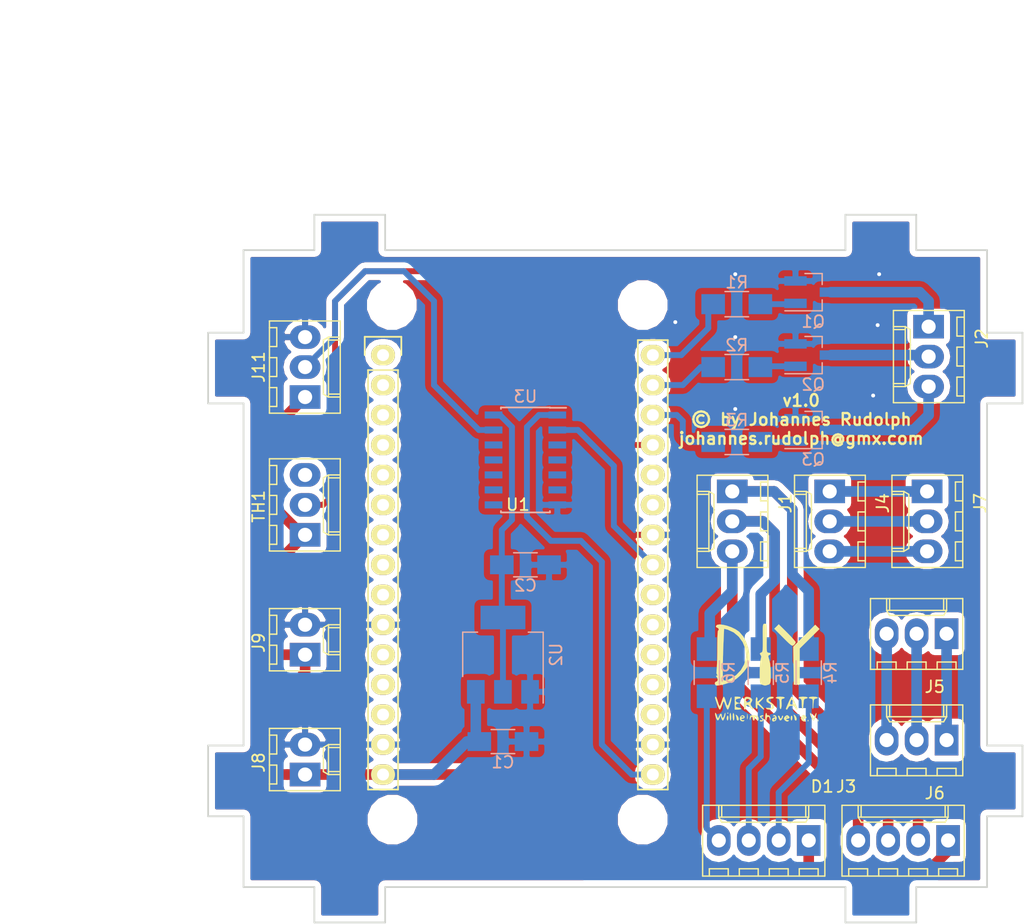
<source format=kicad_pcb>
(kicad_pcb (version 4) (host pcbnew 4.0.7)
  (layers (0 F.Cu signal) (31 B.Cu signal) (36 B.SilkS user) (37 F.SilkS user) (38 B.Mask user) (39 F.Mask user) (44 Edge.Cuts user))
  (net 0 "")
  (net 1 12V)
  (net 2 LED_R)
  (net 3 LED_G)
  (net 4 LED_B)
  (net 5 LED_R_INT)
  (net 6 LED_G_INT)
  (net 7 LED_B_INT)
  (net 8 "Net-(J4-Pad1)")
  (net 9 "Net-(J4-Pad2)")
  (net 10 "Net-(J4-Pad3)")
  (net 11 "Net-(J5-Pad1)")
  (net 12 "Net-(J5-Pad2)")
  (net 13 "Net-(J5-Pad3)")
  (net 14 GND)
  (net 15 D0)
  (net 16 D1)
  (net 17 D2)
  (net 18 DHT22)
  (net 19 "Net-(D1-Pad2)")
  (net 20 "Net-(D1-Pad3)")
  (net 21 "Net-(D1-Pad4)")
  (net 22 5V)
  (net 23 3,3V)
  (net 24 D5)
  (net 25 DRGB)
  (net 26 "Net-(Q1-Pad1)")
  (net 27 "Net-(Q2-Pad1)")
  (net 28 "Net-(Q3-Pad1)")
  (net 29 "Net-(TH1-Pad3)")
  (net 30 "Net-(U1-Pad1)")
  (net 31 "Net-(U1-Pad2)")
  (net 32 "Net-(U1-Pad3)")
  (net 33 "Net-(U1-Pad4)")
  (net 34 "Net-(U1-Pad5)")
  (net 35 "Net-(U1-Pad6)")
  (net 36 "Net-(U1-Pad7)")
  (net 37 "Net-(U1-Pad8)")
  (net 38 "Net-(U1-Pad9)")
  (net 39 "Net-(U1-Pad11)")
  (net 40 "Net-(U1-Pad12)")
  (net 41 "Net-(U1-Pad13)")
  (net 42 "Net-(U1-Pad18)")
  (net 43 "Net-(U1-Pad19)")
  (net 44 "Net-(U1-Pad25)")
  (net 45 "Net-(U1-Pad26)")
  (net 46 "Net-(U1-Pad22)")
  (net 47 "Net-(U1-Pad21)")
  (net 48 "Net-(U1-Pad20)")
  (net 49 "Net-(U3-Pad3)")
  (net 50 "Net-(U3-Pad4)")
  (net 51 "Net-(U3-Pad5)")
  (net 52 "Net-(U3-Pad6)")
  (net 53 "Net-(U3-Pad8)")
  (net 54 "Net-(U3-Pad9)")
  (net 55 "Net-(U3-Pad10)")
  (net 56 "Net-(U3-Pad11)")
  (net 57 "Net-(U3-Pad12)")
  (module Connectors_Molex:Molex_KK-6410-04_04x2.54mm_Straight (layer F.Cu) (at 119.888 130.048 180)
    (fp_text reference D1 (at -1.143 4.572 180) (layer F.SilkS))
    (fp_text value LED_ARGB)
    (pad 1 thru_hole rect (at 0 0 180) (size 2 2.6) (drill 1.2) (layers *.Cu *.Mask) (net 1 12V))
    (pad 2 thru_hole oval (at 2.54 0 180) (size 2 2.6) (drill 1.2) (layers *.Cu *.Mask) (net 19 "Net-(D1-Pad2)"))
    (pad 3 thru_hole oval (at 5.08 0 180) (size 2 2.6) (drill 1.2) (layers *.Cu *.Mask) (net 20 "Net-(D1-Pad3)"))
    (pad 4 thru_hole oval (at 7.62 0 180) (size 2 2.6) (drill 1.2) (layers *.Cu *.Mask) (net 21 "Net-(D1-Pad4)"))
  )
  (module Connectors_Molex:Molex_KK-6410-03_03x2.54mm_Straight (layer F.Cu) (at 113.411 100.457 270)
    (fp_text reference J1 (at 1 -4.5 270) (layer F.SilkS))
    (fp_text value TO_SW_ONOFF)
    (pad 1 thru_hole rect (at 0 0 270) (size 2 2.6) (drill 1.2) (layers *.Cu *.Mask) (net 2 LED_R))
    (pad 2 thru_hole oval (at 2.54 0 270) (size 2 2.6) (drill 1.2) (layers *.Cu *.Mask) (net 3 LED_G))
    (pad 3 thru_hole oval (at 5.08 0 270) (size 2 2.6) (drill 1.2) (layers *.Cu *.Mask) (net 4 LED_B))
  )
  (module Connectors_Molex:Molex_KK-6410-03_03x2.54mm_Straight (layer F.Cu) (at 130.048 86.487 270)
    (fp_text reference J2 (at 1 -4.5 270) (layer F.SilkS))
    (fp_text value FROM_SW_EXINT_INT)
    (pad 1 thru_hole rect (at 0 0 270) (size 2 2.6) (drill 1.2) (layers *.Cu *.Mask) (net 5 LED_R_INT))
    (pad 2 thru_hole oval (at 2.54 0 270) (size 2 2.6) (drill 1.2) (layers *.Cu *.Mask) (net 6 LED_G_INT))
    (pad 3 thru_hole oval (at 5.08 0 270) (size 2 2.6) (drill 1.2) (layers *.Cu *.Mask) (net 7 LED_B_INT))
  )
  (module Connectors_Molex:Molex_KK-6410-04_04x2.54mm_Straight (layer F.Cu) (at 131.699 130.048 180)
    (fp_text reference J3 (at 8.636 4.572 180) (layer F.SilkS))
    (fp_text value "LED Stribe")
    (pad 1 thru_hole rect (at 0 0 180) (size 2 2.6) (drill 1.2) (layers *.Cu *.Mask) (net 1 12V))
    (pad 2 thru_hole oval (at 2.54 0 180) (size 2 2.6) (drill 1.2) (layers *.Cu *.Mask) (net 2 LED_R))
    (pad 3 thru_hole oval (at 5.08 0 180) (size 2 2.6) (drill 1.2) (layers *.Cu *.Mask) (net 3 LED_G))
    (pad 4 thru_hole oval (at 7.62 0 180) (size 2 2.6) (drill 1.2) (layers *.Cu *.Mask) (net 4 LED_B))
  )
  (module Connectors_Molex:Molex_KK-6410-03_03x2.54mm_Straight (layer F.Cu) (at 121.666 100.457 270)
    (fp_text reference J4 (at 1 -4.5 270) (layer F.SilkS))
    (fp_text value FROM_SW_ONOFF)
    (pad 1 thru_hole rect (at 0 0 270) (size 2 2.6) (drill 1.2) (layers *.Cu *.Mask) (net 8 "Net-(J4-Pad1)"))
    (pad 2 thru_hole oval (at 2.54 0 270) (size 2 2.6) (drill 1.2) (layers *.Cu *.Mask) (net 9 "Net-(J4-Pad2)"))
    (pad 3 thru_hole oval (at 5.08 0 270) (size 2 2.6) (drill 1.2) (layers *.Cu *.Mask) (net 10 "Net-(J4-Pad3)"))
  )
  (module Connectors_Molex:Molex_KK-6410-03_03x2.54mm_Straight (layer F.Cu) (at 131.572 112.522 180)
    (fp_text reference J5 (at 1 -4.5 180) (layer F.SilkS))
    (fp_text value FROM_SW_EXINT_EX)
    (pad 1 thru_hole rect (at 0 0 180) (size 2 2.6) (drill 1.2) (layers *.Cu *.Mask) (net 11 "Net-(J5-Pad1)"))
    (pad 2 thru_hole oval (at 2.54 0 180) (size 2 2.6) (drill 1.2) (layers *.Cu *.Mask) (net 12 "Net-(J5-Pad2)"))
    (pad 3 thru_hole oval (at 5.08 0 180) (size 2 2.6) (drill 1.2) (layers *.Cu *.Mask) (net 13 "Net-(J5-Pad3)"))
  )
  (module Connectors_Molex:Molex_KK-6410-03_03x2.54mm_Straight (layer F.Cu) (at 131.572 121.539 180)
    (fp_text reference J6 (at 1 -4.5 180) (layer F.SilkS))
    (fp_text value EXT_RGB)
    (pad 1 thru_hole rect (at 0 0 180) (size 2 2.6) (drill 1.2) (layers *.Cu *.Mask) (net 11 "Net-(J5-Pad1)"))
    (pad 2 thru_hole oval (at 2.54 0 180) (size 2 2.6) (drill 1.2) (layers *.Cu *.Mask) (net 12 "Net-(J5-Pad2)"))
    (pad 3 thru_hole oval (at 5.08 0 180) (size 2 2.6) (drill 1.2) (layers *.Cu *.Mask) (net 13 "Net-(J5-Pad3)"))
  )
  (module Connectors_Molex:Molex_KK-6410-03_03x2.54mm_Straight (layer F.Cu) (at 129.921 100.457 270)
    (fp_text reference J7 (at 1 -4.5 270) (layer F.SilkS))
    (fp_text value TO_SW_EXINT)
    (pad 1 thru_hole rect (at 0 0 270) (size 2 2.6) (drill 1.2) (layers *.Cu *.Mask) (net 8 "Net-(J4-Pad1)"))
    (pad 2 thru_hole oval (at 2.54 0 270) (size 2 2.6) (drill 1.2) (layers *.Cu *.Mask) (net 9 "Net-(J4-Pad2)"))
    (pad 3 thru_hole oval (at 5.08 0 270) (size 2 2.6) (drill 1.2) (layers *.Cu *.Mask) (net 10 "Net-(J4-Pad3)"))
  )
  (module Connectors_Molex:Molex_KK-6410-02_02x2.54mm_Straight (layer F.Cu) (at 77.216 124.46 90)
    (fp_text reference J8 (at 1.016 -3.937 90) (layer F.SilkS))
    (fp_text value Power_IN)
    (pad 1 thru_hole rect (at 0 0 90) (size 2 2.6) (drill 1.2) (layers *.Cu *.Mask) (net 1 12V))
    (pad 2 thru_hole oval (at 2.54 0 90) (size 2 2.6) (drill 1.2) (layers *.Cu *.Mask) (net 14 GND))
  )
  (module Connectors_Molex:Molex_KK-6410-02_02x2.54mm_Straight (layer F.Cu) (at 77.216 114.3 90)
    (fp_text reference J9 (at 1.016 -3.937 90) (layer F.SilkS))
    (fp_text value PowerOut)
    (pad 1 thru_hole rect (at 0 0 90) (size 2 2.6) (drill 1.2) (layers *.Cu *.Mask) (net 1 12V))
    (pad 2 thru_hole oval (at 2.54 0 90) (size 2 2.6) (drill 1.2) (layers *.Cu *.Mask) (net 14 GND))
  )
  (module Resistors_SMD:R_1206_HandSoldering (layer B.Cu) (at 113.792 84.582 180)
    (fp_text reference R1 (at 0 1.85 180) (layer B.SilkS) (effects (justify mirror)))
    (fp_text value R)
    (pad 1 smd rect (at -2 0 180) (size 2 1.7) (layers B.Cu B.Mask) (net 26 "Net-(Q1-Pad1)"))
    (pad 2 smd rect (at 2 0 180) (size 2 1.7) (layers B.Cu B.Mask) (net 15 D0))
  )
  (module Resistors_SMD:R_1206_HandSoldering (layer B.Cu) (at 113.792 89.916 180)
    (fp_text reference R2 (at 0 1.85 180) (layer B.SilkS) (effects (justify mirror)))
    (fp_text value R)
    (pad 1 smd rect (at -2 0 180) (size 2 1.7) (layers B.Cu B.Mask) (net 27 "Net-(Q2-Pad1)"))
    (pad 2 smd rect (at 2 0 180) (size 2 1.7) (layers B.Cu B.Mask) (net 16 D1))
  )
  (module Resistors_SMD:R_1206_HandSoldering (layer B.Cu) (at 113.792 96.266 180)
    (fp_text reference R3 (at 0 1.85 180) (layer B.SilkS) (effects (justify mirror)))
    (fp_text value R)
    (pad 1 smd rect (at -2 0 180) (size 2 1.7) (layers B.Cu B.Mask) (net 28 "Net-(Q3-Pad1)"))
    (pad 2 smd rect (at 2 0 180) (size 2 1.7) (layers B.Cu B.Mask) (net 17 D2))
  )
  (module Connectors_Molex:Molex_KK-6410-03_03x2.54mm_Straight (layer F.Cu) (at 77.216 104.14 90)
    (fp_text reference TH1 (at 2.413 -3.937 90) (layer F.SilkS))
    (fp_text value DHT22_Temperature_Humidity)
    (pad 1 thru_hole rect (at 0 0 90) (size 2 2.6) (drill 1.2) (layers *.Cu *.Mask) (net 1 12V))
    (pad 2 thru_hole oval (at 2.54 0 90) (size 2 2.6) (drill 1.2) (layers *.Cu *.Mask) (net 18 DHT22))
    (pad 3 thru_hole oval (at 5.08 0 90) (size 2 2.6) (drill 1.2) (layers *.Cu *.Mask) (net 29 "Net-(TH1-Pad3)"))
  )
  (module nodemcu:NodeMCU_Amica_R2 (layer F.Cu) (at 83.82 88.9)
    (fp_text reference U1 (at 11.43 12.68) (layer F.SilkS))
    (fp_text value NodeMCU)
    (pad 1 thru_hole oval (at 0 0) (size 2.032 1.7272) (drill 1.016) (layers *.Cu *.Mask F.SilkS) (net 30 "Net-(U1-Pad1)"))
    (pad 2 thru_hole oval (at 0 2.54) (size 2.032 1.7272) (drill 1.016) (layers *.Cu *.Mask F.SilkS) (net 31 "Net-(U1-Pad2)"))
    (pad 3 thru_hole oval (at 0 5.08) (size 2.032 1.7272) (drill 1.016) (layers *.Cu *.Mask F.SilkS) (net 32 "Net-(U1-Pad3)"))
    (pad 4 thru_hole oval (at 0 7.62) (size 2.032 1.7272) (drill 1.016) (layers *.Cu *.Mask F.SilkS) (net 33 "Net-(U1-Pad4)"))
    (pad 5 thru_hole oval (at 0 10.16) (size 2.032 1.7272) (drill 1.016) (layers *.Cu *.Mask F.SilkS) (net 34 "Net-(U1-Pad5)"))
    (pad 6 thru_hole oval (at 0 12.7) (size 2.032 1.7272) (drill 1.016) (layers *.Cu *.Mask F.SilkS) (net 35 "Net-(U1-Pad6)"))
    (pad 7 thru_hole oval (at 0 15.24) (size 2.032 1.7272) (drill 1.016) (layers *.Cu *.Mask F.SilkS) (net 36 "Net-(U1-Pad7)"))
    (pad 8 thru_hole oval (at 0 17.78) (size 2.032 1.7272) (drill 1.016) (layers *.Cu *.Mask F.SilkS) (net 37 "Net-(U1-Pad8)"))
    (pad 9 thru_hole oval (at 0 20.32) (size 2.032 1.7272) (drill 1.016) (layers *.Cu *.Mask F.SilkS) (net 38 "Net-(U1-Pad9)"))
    (pad 10 thru_hole oval (at 0 22.86) (size 2.032 1.7272) (drill 1.016) (layers *.Cu *.Mask F.SilkS) (net 14 GND))
    (pad 11 thru_hole oval (at 0 25.4) (size 2.032 1.7272) (drill 1.016) (layers *.Cu *.Mask F.SilkS) (net 39 "Net-(U1-Pad11)"))
    (pad 12 thru_hole oval (at 0 27.94) (size 2.032 1.7272) (drill 1.016) (layers *.Cu *.Mask F.SilkS) (net 40 "Net-(U1-Pad12)"))
    (pad 13 thru_hole oval (at 0 30.48) (size 2.032 1.7272) (drill 1.016) (layers *.Cu *.Mask F.SilkS) (net 41 "Net-(U1-Pad13)"))
    (pad 14 thru_hole oval (at 0 33.02) (size 2.032 1.7272) (drill 1.016) (layers *.Cu *.Mask F.SilkS) (net 14 GND))
    (pad 15 thru_hole oval (at 0 35.56) (size 2.032 1.7272) (drill 1.016) (layers *.Cu *.Mask F.SilkS) (net 1 12V))
    (pad 30 thru_hole oval (at 22.86 0) (size 2.032 1.7272) (drill 1.016) (layers *.Cu *.Mask F.SilkS) (net 15 D0))
    (pad 18 thru_hole oval (at 22.86 30.48) (size 2.032 1.7272) (drill 1.016) (layers *.Cu *.Mask F.SilkS) (net 42 "Net-(U1-Pad18)"))
    (pad 17 thru_hole oval (at 22.86 33.02) (size 2.032 1.7272) (drill 1.016) (layers *.Cu *.Mask F.SilkS) (net 14 GND))
    (pad 19 thru_hole oval (at 22.86 27.94) (size 2.032 1.7272) (drill 1.016) (layers *.Cu *.Mask F.SilkS) (net 43 "Net-(U1-Pad19)"))
    (pad 25 thru_hole oval (at 22.86 12.7) (size 2.032 1.7272) (drill 1.016) (layers *.Cu *.Mask F.SilkS) (net 44 "Net-(U1-Pad25)"))
    (pad 26 thru_hole oval (at 22.86 10.16) (size 2.032 1.7272) (drill 1.016) (layers *.Cu *.Mask F.SilkS) (net 45 "Net-(U1-Pad26)"))
    (pad 24 thru_hole oval (at 22.86 15.24) (size 2.032 1.7272) (drill 1.016) (layers *.Cu *.Mask F.SilkS) (net 14 GND))
    (pad 16 thru_hole oval (at 22.86 35.56) (size 2.032 1.7272) (drill 1.016) (layers *.Cu *.Mask F.SilkS) (net 23 3,3V))
    (pad 22 thru_hole oval (at 22.86 20.32) (size 2.032 1.7272) (drill 1.016) (layers *.Cu *.Mask F.SilkS) (net 46 "Net-(U1-Pad22)"))
    (pad 23 thru_hole oval (at 22.86 17.78) (size 2.032 1.7272) (drill 1.016) (layers *.Cu *.Mask F.SilkS) (net 24 D5))
    (pad 21 thru_hole oval (at 22.86 22.86) (size 2.032 1.7272) (drill 1.016) (layers *.Cu *.Mask F.SilkS) (net 47 "Net-(U1-Pad21)"))
    (pad 20 thru_hole oval (at 22.86 25.4) (size 2.032 1.7272) (drill 1.016) (layers *.Cu *.Mask F.SilkS) (net 48 "Net-(U1-Pad20)"))
    (pad 28 thru_hole oval (at 22.86 5.08) (size 2.032 1.7272) (drill 1.016) (layers *.Cu *.Mask F.SilkS) (net 17 D2))
    (pad 27 thru_hole oval (at 22.86 7.62) (size 2.032 1.7272) (drill 1.016) (layers *.Cu *.Mask F.SilkS) (net 18 DHT22))
    (pad 29 thru_hole oval (at 22.86 2.54) (size 2.032 1.7272) (drill 1.016) (layers *.Cu *.Mask F.SilkS) (net 16 D1))
    (pad "" np_thru_hole circle (at 0.8 39.38) (size 3.2 3.2) (drill 3.2) (layers *.Cu *.Mask))
    (pad "" np_thru_hole circle (at 22 39.38) (size 3.2 3.2) (drill 3.2) (layers *.Cu *.Mask))
    (pad "" np_thru_hole circle (at 22 -4.25) (size 3.2 3.2) (drill 3.2) (layers *.Cu *.Mask))
    (pad "" np_thru_hole circle (at 0.75 -4.25) (size 3.2 3.2) (drill 3.2) (layers *.Cu *.Mask))
  )
  (module Resistors_SMD:R_1206_HandSoldering (layer B.Cu) (at 119.888 115.824 90)
    (fp_text reference R4 (at 0 1.85 90) (layer B.SilkS) (effects (justify mirror)))
    (fp_text value R)
    (pad 1 smd rect (at -2 0 90) (size 2 1.7) (layers B.Cu B.Mask) (net 19 "Net-(D1-Pad2)"))
    (pad 2 smd rect (at 2 0 90) (size 2 1.7) (layers B.Cu B.Mask) (net 2 LED_R))
  )
  (module Resistors_SMD:R_1206_HandSoldering (layer B.Cu) (at 115.824 115.824 90)
    (fp_text reference R5 (at 0 1.85 90) (layer B.SilkS) (effects (justify mirror)))
    (fp_text value R)
    (pad 1 smd rect (at -2 0 90) (size 2 1.7) (layers B.Cu B.Mask) (net 20 "Net-(D1-Pad3)"))
    (pad 2 smd rect (at 2 0 90) (size 2 1.7) (layers B.Cu B.Mask) (net 3 LED_G))
  )
  (module Resistors_SMD:R_1206_HandSoldering (layer B.Cu) (at 111.252 115.824 90)
    (fp_text reference R6 (at 0 1.85 90) (layer B.SilkS) (effects (justify mirror)))
    (fp_text value R)
    (pad 1 smd rect (at -2 0 90) (size 2 1.7) (layers B.Cu B.Mask) (net 21 "Net-(D1-Pad4)"))
    (pad 2 smd rect (at 2 0 90) (size 2 1.7) (layers B.Cu B.Mask) (net 4 LED_B))
  )
  (module kicad:diywwlogo_1cm (layer F.Cu) (at 116.332 115.824)
    (fp_text reference J10 hide)
    (fp_text value Logo hide)
  )
  (module Capacitors_SMD:C_1206_HandSoldering (layer B.Cu) (at 93.98 121.666)
    (fp_text reference C1 (at 0 1.75) (layer B.SilkS) (effects (justify mirror)))
    (fp_text value 10µF)
    (pad 1 smd rect (at -2 0) (size 2 1.6) (layers B.Cu B.Mask) (net 1 12V))
    (pad 2 smd rect (at 2 0) (size 2 1.6) (layers B.Cu B.Mask) (net 14 GND))
  )
  (module Capacitors_SMD:C_1206_HandSoldering (layer B.Cu) (at 95.885 106.68)
    (fp_text reference C2 (at 0 1.75) (layer B.SilkS) (effects (justify mirror)))
    (fp_text value 10µF)
    (pad 1 smd rect (at -2 0) (size 2 1.6) (layers B.Cu B.Mask) (net 22 5V))
    (pad 2 smd rect (at 2 0) (size 2 1.6) (layers B.Cu B.Mask) (net 14 GND))
  )
  (module TO_SOT_Packages_SMD:SOT-223-3_TabPin2 (layer B.Cu) (at 93.98 114.3 90)
    (fp_text reference U2 (at 0 4.5 90) (layer B.SilkS) (effects (justify mirror)))
    (fp_text value LM1117-5.0)
    (pad 2 smd rect (at 3.15 0 90) (size 2 3.8) (layers B.Cu B.Mask) (net 22 5V))
    (pad 2 smd rect (at -3.15 0 90) (size 2 1.5) (layers B.Cu B.Mask) (net 22 5V))
    (pad 3 smd rect (at -3.15 -2.3 90) (size 2 1.5) (layers B.Cu B.Mask) (net 1 12V))
    (pad 1 smd rect (at -3.15 2.3 90) (size 2 1.5) (layers B.Cu B.Mask) (net 14 GND))
  )
  (module Housings_SOIC:SOIC-14_3.9x8.7mm_Pitch1.27mm (layer B.Cu) (at 95.885 97.79 180)
    (fp_text reference U3 (at 0 5.375 180) (layer B.SilkS) (effects (justify mirror)))
    (fp_text value TXB0104D)
    (pad 1 smd rect (at -2.7 3.81 180) (size 1.5 0.6) (layers B.Cu B.Mask) (net 23 3,3V))
    (pad 2 smd rect (at -2.7 2.54 180) (size 1.5 0.6) (layers B.Cu B.Mask) (net 24 D5))
    (pad 3 smd rect (at -2.7 1.27 180) (size 1.5 0.6) (layers B.Cu B.Mask) (net 49 "Net-(U3-Pad3)"))
    (pad 4 smd rect (at -2.7 0 180) (size 1.5 0.6) (layers B.Cu B.Mask) (net 50 "Net-(U3-Pad4)"))
    (pad 5 smd rect (at -2.7 -1.27 180) (size 1.5 0.6) (layers B.Cu B.Mask) (net 51 "Net-(U3-Pad5)"))
    (pad 6 smd rect (at -2.7 -2.54 180) (size 1.5 0.6) (layers B.Cu B.Mask) (net 52 "Net-(U3-Pad6)"))
    (pad 7 smd rect (at -2.7 -3.81 180) (size 1.5 0.6) (layers B.Cu B.Mask) (net 14 GND))
    (pad 8 smd rect (at 2.7 -3.81 180) (size 1.5 0.6) (layers B.Cu B.Mask) (net 53 "Net-(U3-Pad8)"))
    (pad 9 smd rect (at 2.7 -2.54 180) (size 1.5 0.6) (layers B.Cu B.Mask) (net 54 "Net-(U3-Pad9)"))
    (pad 10 smd rect (at 2.7 -1.27 180) (size 1.5 0.6) (layers B.Cu B.Mask) (net 55 "Net-(U3-Pad10)"))
    (pad 11 smd rect (at 2.7 0 180) (size 1.5 0.6) (layers B.Cu B.Mask) (net 56 "Net-(U3-Pad11)"))
    (pad 12 smd rect (at 2.7 1.27 180) (size 1.5 0.6) (layers B.Cu B.Mask) (net 57 "Net-(U3-Pad12)"))
    (pad 13 smd rect (at 2.7 2.54 180) (size 1.5 0.6) (layers B.Cu B.Mask) (net 25 DRGB))
    (pad 14 smd rect (at 2.7 3.81 180) (size 1.5 0.6) (layers B.Cu B.Mask) (net 22 5V))
  )
  (module Connectors_Molex:Molex_KK-6410-03_03x2.54mm_Straight (layer F.Cu) (at 77.216 92.456 90)
    (fp_text reference J11 (at 2.54 -3.937 90) (layer F.SilkS))
    (fp_text value LED_WS2811)
    (pad 1 thru_hole rect (at 0 0 90) (size 2 2.6) (drill 1.2) (layers *.Cu *.Mask) (net 1 12V))
    (pad 2 thru_hole oval (at 2.54 0 90) (size 2 2.6) (drill 1.2) (layers *.Cu *.Mask) (net 25 DRGB))
    (pad 3 thru_hole oval (at 5.08 0 90) (size 2 2.6) (drill 1.2) (layers *.Cu *.Mask) (net 14 GND))
  )
  (module TO_SOT_Packages_SMD:SOT-23_Handsoldering (layer B.Cu) (at 120.269 83.566)
    (fp_text reference Q1 (at 0 2.5) (layer B.SilkS) (effects (justify mirror)))
    (fp_text value 2N7002)
    (pad 1 smd rect (at -1.5 0.95) (size 1.9 0.8) (layers B.Cu B.Mask) (net 26 "Net-(Q1-Pad1)"))
    (pad 2 smd rect (at -1.5 -0.95) (size 1.9 0.8) (layers B.Cu B.Mask) (net 14 GND))
    (pad 3 smd rect (at 1.5 0) (size 1.9 0.8) (layers B.Cu B.Mask) (net 5 LED_R_INT))
  )
  (module TO_SOT_Packages_SMD:SOT-23_Handsoldering (layer B.Cu) (at 120.269 88.9)
    (fp_text reference Q2 (at 0 2.5) (layer B.SilkS) (effects (justify mirror)))
    (fp_text value 2N7002)
    (pad 1 smd rect (at -1.5 0.95) (size 1.9 0.8) (layers B.Cu B.Mask) (net 27 "Net-(Q2-Pad1)"))
    (pad 2 smd rect (at -1.5 -0.95) (size 1.9 0.8) (layers B.Cu B.Mask) (net 14 GND))
    (pad 3 smd rect (at 1.5 0) (size 1.9 0.8) (layers B.Cu B.Mask) (net 6 LED_G_INT))
  )
  (module TO_SOT_Packages_SMD:SOT-23_Handsoldering (layer B.Cu) (at 120.269 95.25)
    (fp_text reference Q3 (at 0 2.5) (layer B.SilkS) (effects (justify mirror)))
    (fp_text value 2N7002)
    (pad 1 smd rect (at -1.5 0.95) (size 1.9 0.8) (layers B.Cu B.Mask) (net 28 "Net-(Q3-Pad1)"))
    (pad 2 smd rect (at -1.5 -0.95) (size 1.9 0.8) (layers B.Cu B.Mask) (net 14 GND))
    (pad 3 smd rect (at 1.5 0) (size 1.9 0.8) (layers B.Cu B.Mask) (net 7 LED_B_INT))
  )
  (gr_line (start 84 80) (end 84 77) (angle 90) (layer Edge.Cuts) (width 0.15))
  (gr_line (start 123 80) (end 84 80) (angle 90) (layer Edge.Cuts) (width 0.15))
  (gr_line (start 123 77) (end 123 80) (angle 90) (layer Edge.Cuts) (width 0.15))
  (gr_line (start 129 77) (end 123 77) (angle 90) (layer Edge.Cuts) (width 0.15))
  (gr_line (start 129 80) (end 129 77) (angle 90) (layer Edge.Cuts) (width 0.15))
  (gr_line (start 135 80) (end 129 80) (angle 90) (layer Edge.Cuts) (width 0.15))
  (gr_line (start 135 87) (end 135 80) (angle 90) (layer Edge.Cuts) (width 0.15))
  (gr_line (start 138 87) (end 135 87) (angle 90) (layer Edge.Cuts) (width 0.15))
  (gr_line (start 138 93) (end 138 87) (angle 90) (layer Edge.Cuts) (width 0.15))
  (gr_line (start 135 93) (end 138 93) (angle 90) (layer Edge.Cuts) (width 0.15))
  (gr_line (start 135 122) (end 135 93) (angle 90) (layer Edge.Cuts) (width 0.15))
  (gr_line (start 138 122) (end 135 122) (angle 90) (layer Edge.Cuts) (width 0.15))
  (gr_line (start 138 128) (end 138 122) (angle 90) (layer Edge.Cuts) (width 0.15))
  (gr_line (start 135 128) (end 138 128) (angle 90) (layer Edge.Cuts) (width 0.15))
  (gr_line (start 135 134) (end 135 128) (angle 90) (layer Edge.Cuts) (width 0.15))
  (gr_line (start 129 134) (end 135 134) (angle 90) (layer Edge.Cuts) (width 0.15))
  (gr_line (start 129 137) (end 129 134) (angle 90) (layer Edge.Cuts) (width 0.15))
  (gr_line (start 123 137) (end 129 137) (angle 90) (layer Edge.Cuts) (width 0.15))
  (gr_line (start 123 134) (end 123 137) (angle 90) (layer Edge.Cuts) (width 0.15))
  (gr_line (start 84 134) (end 123 134) (angle 90) (layer Edge.Cuts) (width 0.15))
  (gr_line (start 84 137) (end 84 134) (angle 90) (layer Edge.Cuts) (width 0.15))
  (gr_line (start 78 137) (end 84 137) (angle 90) (layer Edge.Cuts) (width 0.15))
  (gr_line (start 78 134) (end 78 137) (angle 90) (layer Edge.Cuts) (width 0.15))
  (gr_line (start 72 134) (end 78 134) (angle 90) (layer Edge.Cuts) (width 0.15))
  (gr_line (start 72 128) (end 72 134) (angle 90) (layer Edge.Cuts) (width 0.15))
  (gr_line (start 69 128) (end 72 128) (angle 90) (layer Edge.Cuts) (width 0.15))
  (gr_line (start 69 122) (end 69 128) (angle 90) (layer Edge.Cuts) (width 0.15))
  (gr_line (start 72 122) (end 69 122) (angle 90) (layer Edge.Cuts) (width 0.15))
  (gr_line (start 72 93) (end 72 122) (angle 90) (layer Edge.Cuts) (width 0.15))
  (gr_line (start 69 93) (end 72 93) (angle 90) (layer Edge.Cuts) (width 0.15))
  (gr_line (start 69 87) (end 69 93) (angle 90) (layer Edge.Cuts) (width 0.15))
  (gr_line (start 72 87) (end 69 87) (angle 90) (layer Edge.Cuts) (width 0.15))
  (gr_line (start 72 80) (end 72 87) (angle 90) (layer Edge.Cuts) (width 0.15))
  (gr_line (start 78 80) (end 72 80) (angle 90) (layer Edge.Cuts) (width 0.15))
  (gr_line (start 78 77) (end 78 80) (angle 90) (layer Edge.Cuts) (width 0.15))
  (gr_line (start 84 77) (end 78 77) (angle 90) (layer Edge.Cuts) (width 0.15))
  (gr_text "v1.0\n© by Johannes Rudolph\njohannes.rudolph@gmx.com" (at 119.253 94.361) (layer F.SilkS) (effects (font (size 1 1) (thickness 0.2))))
  (segment (start 77.216 114.3) (end 77.216 115.824) (width 0.9) (layer F.Cu) (net 1))
  (segment (start 77.216 115.824) (end 74.168 118.872) (width 0.9) (layer F.Cu) (net 1))
  (segment (start 74.168 118.872) (end 74.168 123.668) (width 0.9) (layer F.Cu) (net 1))
  (segment (start 77.216 124.46) (end 75.692 124.46) (width 0.9) (layer F.Cu) (net 1))
  (segment (start 74.96 124.46) (end 75.692 124.46) (width 0.9) (layer F.Cu) (net 1))
  (segment (start 74.168 123.668) (end 74.96 124.46) (width 0.9) (layer F.Cu) (net 1))
  (segment (start 74.168 118.872) (end 74.168 113.284) (width 0.9) (layer F.Cu) (net 1))
  (segment (start 91.98 121.666) (end 90.932 121.666) (width 0.9) (layer B.Cu) (net 1))
  (segment (start 90.932 121.666) (end 88.138 124.46) (width 0.9) (layer B.Cu) (net 1))
  (segment (start 88.138 124.46) (end 83.82 124.46) (width 0.9) (layer B.Cu) (net 1))
  (segment (start 91.68 117.45) (end 91.68 121.366) (width 0.9) (layer B.Cu) (net 1))
  (segment (start 91.68 121.366) (end 91.98 121.666) (width 0.9) (layer B.Cu) (net 1))
  (segment (start 74.168 101.346) (end 74.168 107.188) (width 0.9) (layer F.Cu) (net 1))
  (segment (start 77.216 104.14) (end 76.962 104.14) (width 0.9) (layer F.Cu) (net 1))
  (segment (start 76.962 104.14) (end 74.168 101.346) (width 0.9) (layer F.Cu) (net 1))
  (segment (start 74.168 101.346) (end 74.168 95.504) (width 0.9) (layer F.Cu) (net 1))
  (segment (start 74.168 95.504) (end 77.216 92.456) (width 0.9) (layer F.Cu) (net 1))
  (segment (start 121.92 132.588) (end 120.396 132.588) (width 0.9) (layer F.Cu) (net 1))
  (segment (start 120.396 132.588) (end 119.888 132.08) (width 0.9) (layer F.Cu) (net 1))
  (segment (start 121.92 132.588) (end 119.38 132.588) (width 0.9) (layer F.Cu) (net 1))
  (segment (start 131.699 130.048) (end 131.699 130.937) (width 0.9) (layer F.Cu) (net 1))
  (segment (start 131.699 130.937) (end 130.048 132.588) (width 0.9) (layer F.Cu) (net 1))
  (segment (start 130.048 132.588) (end 121.92 132.588) (width 0.9) (layer F.Cu) (net 1))
  (segment (start 83.82 124.46) (end 93.472 124.46) (width 0.9) (layer F.Cu) (net 1))
  (segment (start 93.472 124.46) (end 101.6 132.588) (width 0.9) (layer F.Cu) (net 1))
  (segment (start 101.6 132.588) (end 119.38 132.588) (width 0.9) (layer F.Cu) (net 1))
  (segment (start 119.38 132.588) (end 119.888 132.08) (width 0.9) (layer F.Cu) (net 1))
  (segment (start 119.888 132.08) (end 119.888 130.048) (width 0.9) (layer F.Cu) (net 1))
  (segment (start 77.216 124.46) (end 83.82 124.46) (width 0.9) (layer F.Cu) (net 1))
  (segment (start 77.216 114.3) (end 75.184 114.3) (width 0.9) (layer F.Cu) (net 1))
  (segment (start 75.184 114.3) (end 74.168 113.284) (width 0.9) (layer F.Cu) (net 1))
  (segment (start 74.168 113.284) (end 74.168 107.188) (width 0.9) (layer F.Cu) (net 1))
  (segment (start 74.168 107.188) (end 77.216 104.14) (width 0.9) (layer F.Cu) (net 1))
  (segment (start 113.411 100.457) (end 116.957 100.457) (width 0.9) (layer F.Cu) (net 2))
  (segment (start 129.159 127.659) (end 129.159 130.048) (width 0.9) (layer F.Cu) (net 2))
  (segment (start 118.5 117) (end 129.159 127.659) (width 0.9) (layer F.Cu) (net 2))
  (segment (start 118.5 102) (end 118.5 117) (width 0.9) (layer F.Cu) (net 2))
  (segment (start 116.957 100.457) (end 118.5 102) (width 0.9) (layer F.Cu) (net 2))
  (segment (start 119.888 113.824) (end 119.888 108.888) (width 0.9) (layer B.Cu) (net 2))
  (segment (start 116.957 100.457) (end 113.411 100.457) (width 0.9) (layer B.Cu) (net 2))
  (segment (start 118.5 102) (end 116.957 100.457) (width 0.9) (layer B.Cu) (net 2))
  (segment (start 118.5 107.5) (end 118.5 102) (width 0.9) (layer B.Cu) (net 2))
  (segment (start 119.888 108.888) (end 118.5 107.5) (width 0.9) (layer B.Cu) (net 2))
  (segment (start 129.159 130.048) (end 129.159 129.667) (width 0.5) (layer F.Cu) (net 2))
  (segment (start 126.619 130.048) (end 126.619 127.619) (width 0.9) (layer F.Cu) (net 3))
  (segment (start 115.997 102.997) (end 113.411 102.997) (width 0.9) (layer F.Cu) (net 3))
  (segment (start 117 104) (end 115.997 102.997) (width 0.9) (layer F.Cu) (net 3))
  (segment (start 117 118) (end 117 104) (width 0.9) (layer F.Cu) (net 3))
  (segment (start 126.619 127.619) (end 117 118) (width 0.9) (layer F.Cu) (net 3))
  (segment (start 115.824 113.824) (end 115.824 109.176) (width 0.9) (layer B.Cu) (net 3))
  (segment (start 115.824 109.176) (end 117 108) (width 0.9) (layer B.Cu) (net 3))
  (segment (start 117 108) (end 117 104) (width 0.9) (layer B.Cu) (net 3))
  (segment (start 117 104) (end 115.997 102.997) (width 0.9) (layer B.Cu) (net 3))
  (segment (start 115.997 102.997) (end 113.411 102.997) (width 0.9) (layer B.Cu) (net 3))
  (segment (start 126.619 130.048) (end 126.619 129.159) (width 0.5) (layer F.Cu) (net 3))
  (segment (start 124.079 127.579) (end 124.079 127.079) (width 0.9) (layer F.Cu) (net 4))
  (segment (start 124.079 130.048) (end 124.079 127.579) (width 0.9) (layer F.Cu) (net 4))
  (segment (start 113.411 116.411) (end 113.411 105.537) (width 0.9) (layer F.Cu) (net 4))
  (segment (start 124.079 127.079) (end 113.411 116.411) (width 0.9) (layer F.Cu) (net 4))
  (segment (start 113.411 105.537) (end 113.411 108.911) (width 0.9) (layer B.Cu) (net 4))
  (segment (start 111.5 110.822) (end 111.5 113.576) (width 0.9) (layer B.Cu) (net 4))
  (segment (start 113.411 108.911) (end 111.5 110.822) (width 0.9) (layer B.Cu) (net 4))
  (segment (start 111.5 113.576) (end 111.252 113.824) (width 0.9) (layer B.Cu) (net 4))
  (segment (start 124.079 130.048) (end 123.444 130.048) (width 0.5) (layer F.Cu) (net 4))
  (segment (start 130.048 86.487) (end 130.048 84.328) (width 0.9) (layer B.Cu) (net 5))
  (segment (start 129.286 83.566) (end 121.769 83.566) (width 0.9) (layer B.Cu) (net 5))
  (segment (start 130.048 84.328) (end 129.286 83.566) (width 0.9) (layer B.Cu) (net 5))
  (segment (start 121.769 88.9) (end 129.921 88.9) (width 0.9) (layer B.Cu) (net 6))
  (segment (start 129.921 88.9) (end 130.048 89.027) (width 0.9) (layer B.Cu) (net 6))
  (segment (start 130.048 91.567) (end 130.048 93.98) (width 0.9) (layer B.Cu) (net 7))
  (segment (start 128.778 95.25) (end 121.769 95.25) (width 0.9) (layer B.Cu) (net 7))
  (segment (start 130.048 93.98) (end 128.778 95.25) (width 0.9) (layer B.Cu) (net 7))
  (segment (start 121.666 100.457) (end 129.921 100.457) (width 0.9) (layer B.Cu) (net 8))
  (segment (start 129.921 102.997) (end 121.666 102.997) (width 0.9) (layer B.Cu) (net 9))
  (segment (start 121.666 105.537) (end 129.921 105.537) (width 0.9) (layer B.Cu) (net 10))
  (segment (start 131.572 112.522) (end 131.572 121.539) (width 0.9) (layer B.Cu) (net 11))
  (segment (start 129.032 112.522) (end 129.032 121.539) (width 0.9) (layer B.Cu) (net 12))
  (segment (start 126.492 121.539) (end 126.492 112.522) (width 0.9) (layer B.Cu) (net 13))
  (via (at 108.585 86.106) (size 0.6858) (drill 0.3302) (layers F.Cu B.Cu) (net 14))
  (via (at 125.349 92.329) (size 0.6858) (drill 0.3302) (layers F.Cu B.Cu) (net 14))
  (via (at 125.73 86.36) (size 0.6858) (drill 0.3302) (layers F.Cu B.Cu) (net 14))
  (via (at 125.857 82.042) (size 0.6858) (drill 0.3302) (layers F.Cu B.Cu) (net 14))
  (via (at 113.665 82.042) (size 0.6858) (drill 0.3302) (layers F.Cu B.Cu) (net 14))
  (via (at 113.665 93.472) (size 0.6858) (drill 0.3302) (layers F.Cu B.Cu) (net 14))
  (via (at 113.665 87.376) (size 0.6858) (drill 0.3302) (layers F.Cu B.Cu) (net 14))
  (segment (start 106.68 88.9) (end 109.093 88.9) (width 0.5) (layer B.Cu) (net 15))
  (segment (start 111.379 86.614) (end 111.379 84.995) (width 0.5) (layer B.Cu) (net 15))
  (segment (start 109.093 88.9) (end 111.379 86.614) (width 0.5) (layer B.Cu) (net 15))
  (segment (start 111.379 84.995) (end 111.792 84.582) (width 0.5) (layer B.Cu) (net 15))
  (segment (start 106.78 89) (end 106.68 88.9) (width 0.5) (layer B.Cu) (net 15))
  (segment (start 111.792 89.916) (end 110.744 89.916) (width 0.5) (layer B.Cu) (net 16))
  (segment (start 109.22 91.44) (end 106.68 91.44) (width 0.5) (layer B.Cu) (net 16))
  (segment (start 110.744 89.916) (end 109.22 91.44) (width 0.5) (layer B.Cu) (net 16))
  (segment (start 106.74 91.5) (end 106.68 91.44) (width 0.5) (layer B.Cu) (net 16))
  (segment (start 106.68 93.98) (end 108.712 93.98) (width 0.5) (layer B.Cu) (net 17))
  (segment (start 109.728 96.266) (end 111.792 96.266) (width 0.5) (layer B.Cu) (net 17))
  (segment (start 109.22 95.758) (end 109.728 96.266) (width 0.5) (layer B.Cu) (net 17))
  (segment (start 109.22 94.488) (end 109.22 95.758) (width 0.5) (layer B.Cu) (net 17))
  (segment (start 108.712 93.98) (end 109.22 94.488) (width 0.5) (layer B.Cu) (net 17))
  (segment (start 79.756 100.076) (end 79.756 100.584) (width 0.5) (layer F.Cu) (net 18))
  (segment (start 79.756 100.584) (end 78.74 101.6) (width 0.5) (layer F.Cu) (net 18))
  (segment (start 78.74 101.6) (end 77.216 101.6) (width 0.5) (layer F.Cu) (net 18))
  (segment (start 77.47 101.6) (end 78.232 101.6) (width 0.5) (layer F.Cu) (net 18))
  (segment (start 79.756 100.076) (end 79.756 84.328) (width 0.5) (layer F.Cu) (net 18))
  (segment (start 79.756 84.328) (end 82.296 81.788) (width 0.5) (layer F.Cu) (net 18))
  (segment (start 82.296 81.788) (end 89.408 81.788) (width 0.5) (layer F.Cu) (net 18))
  (segment (start 89.408 81.788) (end 104.14 96.52) (width 0.5) (layer F.Cu) (net 18))
  (segment (start 104.14 96.52) (end 106.68 96.52) (width 0.5) (layer F.Cu) (net 18))
  (segment (start 119.888 117.824) (end 119.888 123.444) (width 0.5) (layer B.Cu) (net 19))
  (segment (start 119.888 123.444) (end 117.348 125.984) (width 0.5) (layer B.Cu) (net 19))
  (segment (start 117.348 125.984) (end 117.348 130.048) (width 0.5) (layer B.Cu) (net 19))
  (segment (start 115.824 117.824) (end 115.824 122.936) (width 0.5) (layer B.Cu) (net 20))
  (segment (start 115.824 122.936) (end 114.808 123.952) (width 0.5) (layer B.Cu) (net 20))
  (segment (start 114.808 123.952) (end 114.808 130.048) (width 0.5) (layer B.Cu) (net 20))
  (segment (start 114.808 118.459) (end 115.57 117.697) (width 0.5) (layer B.Cu) (net 20))
  (segment (start 111.252 117.824) (end 111.252 129.032) (width 0.5) (layer B.Cu) (net 21))
  (segment (start 111.252 129.032) (end 112.268 130.048) (width 0.5) (layer B.Cu) (net 21))
  (segment (start 111.379 129.159) (end 112.268 130.048) (width 0.5) (layer B.Cu) (net 21))
  (segment (start 93.98 117.45) (end 93.98 111.15) (width 0.5) (layer B.Cu) (net 22))
  (segment (start 93.185 93.98) (end 93.726 93.98) (width 0.5) (layer B.Cu) (net 22))
  (segment (start 93.726 93.98) (end 94.742 94.996) (width 0.5) (layer B.Cu) (net 22))
  (segment (start 94.742 94.996) (end 94.742 102.87) (width 0.5) (layer B.Cu) (net 22))
  (segment (start 94.742 102.87) (end 93.885 103.727) (width 0.5) (layer B.Cu) (net 22))
  (segment (start 93.885 103.727) (end 93.885 106.68) (width 0.5) (layer B.Cu) (net 22))
  (segment (start 93.885 106.68) (end 93.885 111.055) (width 0.5) (layer B.Cu) (net 22))
  (segment (start 93.885 111.055) (end 93.98 111.15) (width 0.5) (layer B.Cu) (net 22))
  (segment (start 98.585 93.98) (end 97.028 93.98) (width 0.5) (layer B.Cu) (net 23))
  (segment (start 97.028 93.98) (end 96.012 94.996) (width 0.5) (layer B.Cu) (net 23))
  (segment (start 96.012 94.996) (end 96.012 102.616) (width 0.5) (layer B.Cu) (net 23))
  (segment (start 96.012 102.616) (end 98.044 104.648) (width 0.5) (layer B.Cu) (net 23))
  (segment (start 98.044 104.648) (end 100.584 104.648) (width 0.5) (layer B.Cu) (net 23))
  (segment (start 100.584 104.648) (end 102.362 106.426) (width 0.5) (layer B.Cu) (net 23))
  (segment (start 102.362 106.426) (end 102.362 121.92) (width 0.5) (layer B.Cu) (net 23))
  (segment (start 102.362 121.92) (end 104.902 124.46) (width 0.5) (layer B.Cu) (net 23))
  (segment (start 104.902 124.46) (end 106.68 124.46) (width 0.5) (layer B.Cu) (net 23))
  (segment (start 98.585 95.25) (end 100.33 95.25) (width 0.5) (layer B.Cu) (net 24))
  (segment (start 100.33 95.25) (end 103.378 98.298) (width 0.5) (layer B.Cu) (net 24))
  (segment (start 103.378 98.298) (end 103.378 103.378) (width 0.5) (layer B.Cu) (net 24))
  (segment (start 103.378 103.378) (end 106.68 106.68) (width 0.5) (layer B.Cu) (net 24))
  (segment (start 93.185 95.25) (end 91.948 95.25) (width 0.5) (layer B.Cu) (net 25))
  (segment (start 91.948 95.25) (end 88.138 91.44) (width 0.5) (layer B.Cu) (net 25))
  (segment (start 88.138 91.44) (end 88.138 84.328) (width 0.5) (layer B.Cu) (net 25))
  (segment (start 88.138 84.328) (end 85.598 81.788) (width 0.5) (layer B.Cu) (net 25))
  (segment (start 85.598 81.788) (end 82.296 81.788) (width 0.5) (layer B.Cu) (net 25))
  (segment (start 82.296 81.788) (end 79.756 84.328) (width 0.5) (layer B.Cu) (net 25))
  (segment (start 79.756 84.328) (end 79.756 87.376) (width 0.5) (layer B.Cu) (net 25))
  (segment (start 79.756 87.376) (end 77.216 89.916) (width 0.5) (layer B.Cu) (net 25))
  (segment (start 115.792 84.582) (end 118.703 84.582) (width 0.5) (layer B.Cu) (net 26))
  (segment (start 118.703 84.582) (end 118.769 84.516) (width 0.5) (layer B.Cu) (net 26))
  (segment (start 118.769 89.85) (end 115.858 89.85) (width 0.5) (layer B.Cu) (net 27))
  (segment (start 115.858 89.85) (end 115.792 89.916) (width 0.5) (layer B.Cu) (net 27))
  (segment (start 115.792 96.266) (end 118.703 96.266) (width 0.5) (layer B.Cu) (net 28))
  (segment (start 118.703 96.266) (end 118.769 96.2) (width 0.5) (layer B.Cu) (net 28))
  (zone (net 14) (net_name GND) (layer B.Cu) (connect_pads (clearance 0.508)) (min_thickness 0.254) (fill yes (arc_segments 16) (thermal_gap 0.508) (thermal_bridge_width 0.508))
    (polygon (pts (xy 84 80) (xy 123 80) (xy 123 77) (xy 129 77) (xy 129 80) (xy 135 80) (xy 135 87) (xy 138 87) (xy 138 93) (xy 135 93) (xy 135 122) (xy 138 122) (xy 138 128) (xy 135 128) (xy 135 134) (xy 129 134) (xy 129 137) (xy 123 137) (xy 123 134) (xy 84 134) (xy 84 137) (xy 78 137) (xy 78 134) (xy 72 134) (xy 72 128) (xy 69 128) (xy 69 122) (xy 72 122) (xy 72 93) (xy 69 93) (xy 69 87) (xy 72 87) (xy 72 80) (xy 78 80) (xy 78 77) (xy 84 77)))
  )
  (zone (net 14) (net_name GND) (layer F.Cu) (connect_pads (clearance 0.508)) (min_thickness 0.254) (fill yes (arc_segments 16) (thermal_gap 0.508) (thermal_bridge_width 0.508))
    (polygon (pts (xy 84 80) (xy 123 80) (xy 123 77) (xy 129 77) (xy 129 80) (xy 135 80) (xy 135 87) (xy 138 87) (xy 138 93) (xy 135 93) (xy 135 122) (xy 138 122) (xy 138 128) (xy 135 128) (xy 135 134) (xy 129 134) (xy 129 137) (xy 123 137) (xy 123 134) (xy 84 134) (xy 84 137) (xy 78 137) (xy 78 134) (xy 72 134) (xy 72 128) (xy 69 128) (xy 69 122) (xy 72 122) (xy 72 93) (xy 69 93) (xy 69 87) (xy 72 87) (xy 72 80) (xy 78 80) (xy 78 77) (xy 84 77)))
  )
)
</source>
